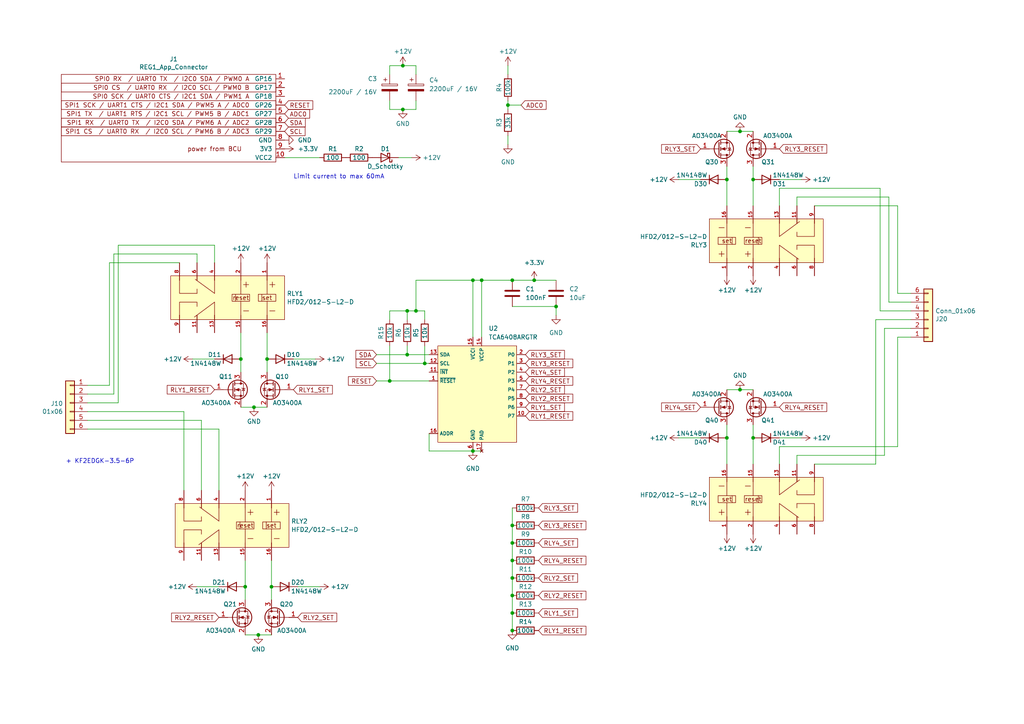
<source format=kicad_sch>
(kicad_sch (version 20231120) (generator "eeschema") (generator_version "8.0")
  (paper "A4")
  (title_block (title "REG1-App-SA-4xSELV") (date "2024-08-18") (rev "V00.02") (company "OpenKNX") (comment 1 "by Ing-Dom <dom@ing-dom.de>") (comment 2 "OpenKNX Open Hardware under CC BY-NC-SA 4.0") (comment 3 "REG1-Application PCB with 4 latching relay for usage within SELV circuits") (comment 4 "https://OpenKNX.de"))
  (lib_symbols
    (symbol "Connector_Generic:Conn_01x06" (pin_names (offset 1.016) hide)
      (property "Reference" "J" (at 0 7.62 0))
      (property "Value" "Conn_01x06" (at 0 -10.16 0))
      (symbol "Conn_01x06_1_1"
        (rectangle (start -1.27 -7.493) (end 0 -7.747) (stroke (width 0.1524)))
        (rectangle (start -1.27 -4.953) (end 0 -5.207) (stroke (width 0.1524)))
        (rectangle (start -1.27 -2.413) (end 0 -2.667) (stroke (width 0.1524)))
        (rectangle (start -1.27 0.127) (end 0 -0.127) (stroke (width 0.1524)))
        (rectangle (start -1.27 2.667) (end 0 2.413) (stroke (width 0.1524)))
        (rectangle (start -1.27 5.207) (end 0 4.953) (stroke (width 0.1524)))
        (rectangle (start -1.27 6.35) (end 1.27 -8.89) (stroke (width 0.254)) (fill (type background)))
        (pin passive line (at -5.08 5.08 0) (length 3.81) (name "Pin_1") (number "1"))
        (pin passive line (at -5.08 2.54 0) (length 3.81) (name "Pin_2") (number "2"))
        (pin passive line (at -5.08 0 0) (length 3.81) (name "Pin_3") (number "3"))
        (pin passive line (at -5.08 -2.54 0) (length 3.81) (name "Pin_4") (number "4"))
        (pin passive line (at -5.08 -5.08 0) (length 3.81) (name "Pin_5") (number "5"))
        (pin passive line (at -5.08 -7.62 0) (length 3.81) (name "Pin_6") (number "6"))
      )
    )
    (symbol "Device:C" (pin_numbers hide) (pin_names (offset 0.254))
      (property "Reference" "C" (at 0.635 2.54 0))
      (property "Value" "C" (at 0.635 -2.54 0))
      (symbol "C_0_1"
        (polyline (pts (xy -2.032 -0.762) (xy 2.032 -0.762)) (stroke (width 0.508)))
        (polyline (pts (xy -2.032 0.762) (xy 2.032 0.762)) (stroke (width 0.508)))
      )
      (symbol "C_1_1"
        (pin passive line (at 0 3.81 270) (length 2.794) (name "~") (number "1"))
        (pin passive line (at 0 -3.81 90) (length 2.794) (name "~") (number "2"))
      )
    )
    (symbol "Device:C_Polarized" (pin_numbers hide) (pin_names (offset 0.254))
      (property "Reference" "C" (at 0.635 2.54 0))
      (property "Value" "C_Polarized" (at 0.635 -2.54 0))
      (symbol "C_Polarized_0_1"
        (rectangle (start -2.286 0.508) (end 2.286 1.016))
        (polyline (pts (xy -1.778 2.286) (xy -0.762 2.286)))
        (polyline (pts (xy -1.27 2.794) (xy -1.27 1.778)))
        (rectangle (start 2.286 -0.508) (end -2.286 -1.016) (fill (type outline)))
      )
      (symbol "C_Polarized_1_1"
        (pin passive line (at 0 3.81 270) (length 2.794) (name "~") (number "1"))
        (pin passive line (at 0 -3.81 90) (length 2.794) (name "~") (number "2"))
      )
    )
    (symbol "Device:D_Schottky" (pin_numbers hide) (pin_names (offset 1.016) hide)
      (property "Reference" "D" (at 0 2.54 0))
      (property "Value" "D_Schottky" (at 0 -2.54 0))
      (symbol "D_Schottky_0_1"
        (polyline (pts (xy 1.27 0) (xy -1.27 0)))
        (polyline (pts (xy 1.27 1.27) (xy 1.27 -1.27) (xy -1.27 0) (xy 1.27 1.27)) (stroke (width 0.254)))
        (polyline (pts (xy -1.905 0.635) (xy -1.905 1.27) (xy -1.27 1.27) (xy -1.27 -1.27) (xy -0.635 -1.27) (xy -0.635 -0.635)) (stroke (width 0.254)))
      )
      (symbol "D_Schottky_1_1"
        (pin passive line (at -3.81 0 0) (length 2.54) (name "K") (number "1"))
        (pin passive line (at 3.81 0 180) (length 2.54) (name "A") (number "2"))
      )
    )
    (symbol "Device:R" (pin_numbers hide) (pin_names (offset 0))
      (property "Reference" "R" (at 2.032 0 90))
      (property "Value" "R" (at 0 0 90))
      (symbol "R_0_1"
        (rectangle (start -1.016 -2.54) (end 1.016 2.54) (stroke (width 0.254)))
      )
      (symbol "R_1_1"
        (pin passive line (at 0 3.81 270) (length 1.27) (name "~") (number "1"))
        (pin passive line (at 0 -3.81 90) (length 1.27) (name "~") (number "2"))
      )
    )
    (symbol "Diode:1N4148WS" (pin_numbers hide) (pin_names hide)
      (property "Reference" "D" (at 0 2.54 0))
      (property "Value" "1N4148WS" (at 0 -2.54 0))
      (symbol "1N4148WS_0_1"
        (polyline (pts (xy -1.27 1.27) (xy -1.27 -1.27)) (stroke (width 0.254)))
        (polyline (pts (xy 1.27 0) (xy -1.27 0)))
        (polyline (pts (xy 1.27 1.27) (xy 1.27 -1.27) (xy -1.27 0) (xy 1.27 1.27)) (stroke (width 0.254)))
      )
      (symbol "1N4148WS_1_1"
        (pin passive line (at -3.81 0 0) (length 2.54) (name "K") (number "1"))
        (pin passive line (at 3.81 0 180) (length 2.54) (name "A") (number "2"))
      )
    )
    (symbol "DomsKiCADLib:HFD2_XXX-X-L2-X" (pin_names hide)
      (property "Reference" "RELAY" (at 19.05 3.81 0))
      (property "Value" "HFD2_XXX-X-L2-X" (at 25.4 -5.08 0))
      (symbol "HFD2_XXX-X-L2-X_0_1"
        (rectangle (start -17.78 6.35) (end 15.24 -6.35) (fill (type background)))
        (rectangle (start -15.24 1.016) (end -10.16 -1.016) (fill (type background)))
        (rectangle (start -7.62 1.016) (end -2.54 -1.016) (fill (type background)))
        (polyline (pts (xy -14.986 -3.81) (xy -13.462 -3.81)))
        (polyline (pts (xy -14.986 3.81) (xy -13.462 3.81)))
        (polyline (pts (xy -14.224 -4.572) (xy -14.224 -3.048)))
        (polyline (pts (xy -12.7 -1.016) (xy -12.7 -5.08)))
        (polyline (pts (xy -12.7 1.016) (xy -12.7 5.08)))
        (polyline (pts (xy -11.176 -1.016) (xy -11.176 1.016)))
        (polyline (pts (xy -7.366 -3.81) (xy -5.842 -3.81)))
        (polyline (pts (xy -7.366 3.81) (xy -5.842 3.81)))
        (polyline (pts (xy -6.604 -4.572) (xy -6.604 -3.048)))
        (polyline (pts (xy -5.08 -1.016) (xy -5.08 -5.08)))
        (polyline (pts (xy -5.08 1.016) (xy -5.08 5.08)))
        (polyline (pts (xy -3.556 -1.016) (xy -3.556 1.016)))
        (polyline (pts (xy 2.54 -5.08) (xy 2.54 -1.27)))
        (polyline (pts (xy 2.54 -1.27) (xy 8.128 -5.334)))
        (polyline (pts (xy 2.54 1.27) (xy 8.382 5.588)))
        (polyline (pts (xy 2.54 5.08) (xy 2.54 1.27)))
        (polyline (pts (xy 7.62 -1.27) (xy 7.62 -2.54)))
        (polyline (pts (xy 12.7 -5.08) (xy 12.7 -1.27) (xy 7.62 -1.27)))
        (polyline (pts (xy 12.7 5.08) (xy 12.7 1.27) (xy 7.62 1.27) (xy 7.62 2.54)))
        (pin unspecified line (at -12.7 -10.16 90) (length 5.08) (name "1") (number "1"))
        (pin unspecified line (at 7.62 10.16 270) (length 5.08) (name "11") (number "11"))
        (pin unspecified line (at 2.54 10.16 270) (length 5.08) (name "13") (number "13"))
        (pin unspecified line (at -5.08 10.16 270) (length 5.08) (name "15") (number "15"))
        (pin unspecified line (at -12.7 10.16 270) (length 5.08) (name "16") (number "16"))
        (pin unspecified line (at -5.08 -10.16 90) (length 5.08) (name "2") (number "2"))
        (pin unspecified line (at 2.54 -10.16 90) (length 5.08) (name "4") (number "4"))
        (pin unspecified line (at 7.62 -10.16 90) (length 5.08) (name "6") (number "6"))
        (pin unspecified line (at 12.7 -10.16 90) (length 5.08) (name "8") (number "8"))
        (pin unspecified line (at 12.7 10.16 270) (length 5.08) (name "9") (number "9"))
      )
      (symbol "HFD2_XXX-X-L2-X_1_1"
        (text "reset" (at -5.08 0 0) (effects (font (size 1.27 1.27))))
        (text "set" (at -12.7 0 0) (effects (font (size 1.27 1.27))))
      )
    )
    (symbol "EasyEDALib:TCA6408ARGTR"
      (property "Reference" "U" (at 5.08 18.034 0))
      (property "Value" "TCA6408ARGTR" (at 10.414 15.494 0))
      (symbol "TCA6408ARGTR_0_1"
        (rectangle (start -11.43 13.97) (end 11.43 -13.97) (fill (type background)))
      )
      (symbol "TCA6408ARGTR_1_1"
        (pin input line (at -13.97 3.81 0) (length 2.54) (name "~{RESET}") (number "1"))
        (pin bidirectional line (at 13.97 -6.35 180) (length 2.54) (name "P7") (number "10"))
        (pin open_collector line (at -13.97 6.35 0) (length 2.54) (name "~{INT}") (number "11"))
        (pin input line (at -13.97 8.89 0) (length 2.54) (name "SCL") (number "12"))
        (pin bidirectional line (at -13.97 11.43 0) (length 2.54) (name "SDA") (number "13"))
        (pin power_in line (at 1.27 16.51 270) (length 2.54) (name "VCCP") (number "14"))
        (pin power_in line (at -1.27 16.51 270) (length 2.54) (name "VCCI") (number "15"))
        (pin input line (at -13.97 -11.43 0) (length 2.54) (name "ADDR") (number "16"))
        (pin no_connect line (at 1.27 -16.51 90) (length 2.54) (name "PAD") (number "17"))
        (pin bidirectional line (at 13.97 11.43 180) (length 2.54) (name "P0") (number "2"))
        (pin bidirectional line (at 13.97 8.89 180) (length 2.54) (name "P1") (number "3"))
        (pin bidirectional line (at 13.97 6.35 180) (length 2.54) (name "P2") (number "4"))
        (pin bidirectional line (at 13.97 3.81 180) (length 2.54) (name "P3") (number "5"))
        (pin power_in line (at -1.27 -16.51 90) (length 2.54) (name "GND") (number "6"))
        (pin bidirectional line (at 13.97 1.27 180) (length 2.54) (name "P4") (number "7"))
        (pin bidirectional line (at 13.97 -1.27 180) (length 2.54) (name "P5") (number "8"))
        (pin bidirectional line (at 13.97 -3.81 180) (length 2.54) (name "P6") (number "9"))
      )
    )
    (symbol "HFD2_XXX-X-L2-X_1" (pin_names hide)
      (property "Reference" "RELAY" (at 19.05 3.81 0))
      (property "Value" "HFD2_XXX-X-L2-X" (at 25.4 -5.08 0))
      (symbol "HFD2_XXX-X-L2-X_1_0_1"
        (rectangle (start -17.78 6.35) (end 15.24 -6.35) (fill (type background)))
        (rectangle (start -15.24 1.016) (end -10.16 -1.016) (fill (type background)))
        (rectangle (start -7.62 1.016) (end -2.54 -1.016) (fill (type background)))
        (polyline (pts (xy -14.986 -3.81) (xy -13.462 -3.81)))
        (polyline (pts (xy -14.986 3.81) (xy -13.462 3.81)))
        (polyline (pts (xy -14.224 -4.572) (xy -14.224 -3.048)))
        (polyline (pts (xy -12.7 -1.016) (xy -12.7 -5.08)))
        (polyline (pts (xy -12.7 1.016) (xy -12.7 5.08)))
        (polyline (pts (xy -11.176 -1.016) (xy -11.176 1.016)))
        (polyline (pts (xy -7.366 -3.81) (xy -5.842 -3.81)))
        (polyline (pts (xy -7.366 3.81) (xy -5.842 3.81)))
        (polyline (pts (xy -6.604 -4.572) (xy -6.604 -3.048)))
        (polyline (pts (xy -5.08 -1.016) (xy -5.08 -5.08)))
        (polyline (pts (xy -5.08 1.016) (xy -5.08 5.08)))
        (polyline (pts (xy -3.556 -1.016) (xy -3.556 1.016)))
        (polyline (pts (xy 2.54 -5.08) (xy 2.54 -1.27)))
        (polyline (pts (xy 2.54 -1.27) (xy 8.128 -5.334)))
        (polyline (pts (xy 2.54 1.27) (xy 8.382 5.588)))
        (polyline (pts (xy 2.54 5.08) (xy 2.54 1.27)))
        (polyline (pts (xy 7.62 -1.27) (xy 7.62 -2.54)))
        (polyline (pts (xy 12.7 -5.08) (xy 12.7 -1.27) (xy 7.62 -1.27)))
        (polyline (pts (xy 12.7 5.08) (xy 12.7 1.27) (xy 7.62 1.27) (xy 7.62 2.54)))
        (pin unspecified line (at -12.7 -10.16 90) (length 5.08) (name "1") (number "1"))
        (pin unspecified line (at 7.62 10.16 270) (length 5.08) (name "11") (number "11"))
        (pin unspecified line (at 2.54 10.16 270) (length 5.08) (name "13") (number "13"))
        (pin unspecified line (at -5.08 10.16 270) (length 5.08) (name "15") (number "15"))
        (pin unspecified line (at -12.7 10.16 270) (length 5.08) (name "16") (number "16"))
        (pin unspecified line (at -5.08 -10.16 90) (length 5.08) (name "2") (number "2"))
        (pin unspecified line (at 2.54 -10.16 90) (length 5.08) (name "4") (number "4"))
        (pin unspecified line (at 7.62 -10.16 90) (length 5.08) (name "6") (number "6"))
        (pin unspecified line (at 12.7 -10.16 90) (length 5.08) (name "8") (number "8"))
        (pin unspecified line (at 12.7 10.16 270) (length 5.08) (name "9") (number "9"))
      )
      (symbol "HFD2_XXX-X-L2-X_1_1_1"
        (text "reset" (at -5.08 0 0) (effects (font (size 1.27 1.27))))
        (text "set" (at -12.7 0 0) (effects (font (size 1.27 1.27))))
      )
    )
    (symbol "HFD2_XXX-X-L2-X_2" (pin_names hide)
      (property "Reference" "RELAY" (at 19.05 3.81 0))
      (property "Value" "HFD2_XXX-X-L2-X" (at 25.4 -5.08 0))
      (symbol "HFD2_XXX-X-L2-X_2_0_1"
        (rectangle (start -17.78 6.35) (end 15.24 -6.35) (fill (type background)))
        (rectangle (start -15.24 1.016) (end -10.16 -1.016) (fill (type background)))
        (rectangle (start -7.62 1.016) (end -2.54 -1.016) (fill (type background)))
        (polyline (pts (xy -14.986 -3.81) (xy -13.462 -3.81)))
        (polyline (pts (xy -14.986 3.81) (xy -13.462 3.81)))
        (polyline (pts (xy -14.224 -4.572) (xy -14.224 -3.048)))
        (polyline (pts (xy -12.7 -1.016) (xy -12.7 -5.08)))
        (polyline (pts (xy -12.7 1.016) (xy -12.7 5.08)))
        (polyline (pts (xy -11.176 -1.016) (xy -11.176 1.016)))
        (polyline (pts (xy -7.366 -3.81) (xy -5.842 -3.81)))
        (polyline (pts (xy -7.366 3.81) (xy -5.842 3.81)))
        (polyline (pts (xy -6.604 -4.572) (xy -6.604 -3.048)))
        (polyline (pts (xy -5.08 -1.016) (xy -5.08 -5.08)))
        (polyline (pts (xy -5.08 1.016) (xy -5.08 5.08)))
        (polyline (pts (xy -3.556 -1.016) (xy -3.556 1.016)))
        (polyline (pts (xy 2.54 -5.08) (xy 2.54 -1.27)))
        (polyline (pts (xy 2.54 -1.27) (xy 8.128 -5.334)))
        (polyline (pts (xy 2.54 1.27) (xy 8.382 5.588)))
        (polyline (pts (xy 2.54 5.08) (xy 2.54 1.27)))
        (polyline (pts (xy 7.62 -1.27) (xy 7.62 -2.54)))
        (polyline (pts (xy 12.7 -5.08) (xy 12.7 -1.27) (xy 7.62 -1.27)))
        (polyline (pts (xy 12.7 5.08) (xy 12.7 1.27) (xy 7.62 1.27) (xy 7.62 2.54)))
        (pin unspecified line (at -12.7 -10.16 90) (length 5.08) (name "1") (number "1"))
        (pin unspecified line (at 7.62 10.16 270) (length 5.08) (name "11") (number "11"))
        (pin unspecified line (at 2.54 10.16 270) (length 5.08) (name "13") (number "13"))
        (pin unspecified line (at -5.08 10.16 270) (length 5.08) (name "15") (number "15"))
        (pin unspecified line (at -12.7 10.16 270) (length 5.08) (name "16") (number "16"))
        (pin unspecified line (at -5.08 -10.16 90) (length 5.08) (name "2") (number "2"))
        (pin unspecified line (at 2.54 -10.16 90) (length 5.08) (name "4") (number "4"))
        (pin unspecified line (at 7.62 -10.16 90) (length 5.08) (name "6") (number "6"))
        (pin unspecified line (at 12.7 -10.16 90) (length 5.08) (name "8") (number "8"))
        (pin unspecified line (at 12.7 10.16 270) (length 5.08) (name "9") (number "9"))
      )
      (symbol "HFD2_XXX-X-L2-X_2_1_1"
        (text "reset" (at -5.08 0 0) (effects (font (size 1.27 1.27))))
        (text "set" (at -12.7 0 0) (effects (font (size 1.27 1.27))))
      )
    )
    (symbol "HFD2_XXX-X-L2-X_3" (pin_names hide)
      (property "Reference" "RELAY" (at 19.05 3.81 0))
      (property "Value" "HFD2_XXX-X-L2-X" (at 25.4 -5.08 0))
      (symbol "HFD2_XXX-X-L2-X_3_0_1"
        (rectangle (start -17.78 6.35) (end 15.24 -6.35) (fill (type background)))
        (rectangle (start -15.24 1.016) (end -10.16 -1.016) (fill (type background)))
        (rectangle (start -7.62 1.016) (end -2.54 -1.016) (fill (type background)))
        (polyline (pts (xy -14.986 -3.81) (xy -13.462 -3.81)))
        (polyline (pts (xy -14.986 3.81) (xy -13.462 3.81)))
        (polyline (pts (xy -14.224 -4.572) (xy -14.224 -3.048)))
        (polyline (pts (xy -12.7 -1.016) (xy -12.7 -5.08)))
        (polyline (pts (xy -12.7 1.016) (xy -12.7 5.08)))
        (polyline (pts (xy -11.176 -1.016) (xy -11.176 1.016)))
        (polyline (pts (xy -7.366 -3.81) (xy -5.842 -3.81)))
        (polyline (pts (xy -7.366 3.81) (xy -5.842 3.81)))
        (polyline (pts (xy -6.604 -4.572) (xy -6.604 -3.048)))
        (polyline (pts (xy -5.08 -1.016) (xy -5.08 -5.08)))
        (polyline (pts (xy -5.08 1.016) (xy -5.08 5.08)))
        (polyline (pts (xy -3.556 -1.016) (xy -3.556 1.016)))
        (polyline (pts (xy 2.54 -5.08) (xy 2.54 -1.27)))
        (polyline (pts (xy 2.54 -1.27) (xy 8.128 -5.334)))
        (polyline (pts (xy 2.54 1.27) (xy 8.382 5.588)))
        (polyline (pts (xy 2.54 5.08) (xy 2.54 1.27)))
        (polyline (pts (xy 7.62 -1.27) (xy 7.62 -2.54)))
        (polyline (pts (xy 12.7 -5.08) (xy 12.7 -1.27) (xy 7.62 -1.27)))
        (polyline (pts (xy 12.7 5.08) (xy 12.7 1.27) (xy 7.62 1.27) (xy 7.62 2.54)))
        (pin unspecified line (at -12.7 -10.16 90) (length 5.08) (name "1") (number "1"))
        (pin unspecified line (at 7.62 10.16 270) (length 5.08) (name "11") (number "11"))
        (pin unspecified line (at 2.54 10.16 270) (length 5.08) (name "13") (number "13"))
        (pin unspecified line (at -5.08 10.16 270) (length 5.08) (name "15") (number "15"))
        (pin unspecified line (at -12.7 10.16 270) (length 5.08) (name "16") (number "16"))
        (pin unspecified line (at -5.08 -10.16 90) (length 5.08) (name "2") (number "2"))
        (pin unspecified line (at 2.54 -10.16 90) (length 5.08) (name "4") (number "4"))
        (pin unspecified line (at 7.62 -10.16 90) (length 5.08) (name "6") (number "6"))
        (pin unspecified line (at 12.7 -10.16 90) (length 5.08) (name "8") (number "8"))
        (pin unspecified line (at 12.7 10.16 270) (length 5.08) (name "9") (number "9"))
      )
      (symbol "HFD2_XXX-X-L2-X_3_1_1"
        (text "reset" (at -5.08 0 0) (effects (font (size 1.27 1.27))))
        (text "set" (at -12.7 0 0) (effects (font (size 1.27 1.27))))
      )
    )
    (symbol "OpenKNX:REG1_App_Connector" (pin_names (offset 1.016))
      (property "Reference" "J" (at 10.16 13.97 0))
      (property "Value" "REG1_App_Connector" (at 1.27 -13.97 0))
      (symbol "REG1_App_Connector_0_0"
        (rectangle (start -49.53 -2.54) (end 12.7 0))
        (rectangle (start 12.7 -5.08) (end -49.53 -2.54))
        (rectangle (start 12.7 2.54) (end -49.53 5.08))
        (rectangle (start 12.7 10.16) (end -49.53 7.62))
        (rectangle (start 12.7 12.7) (end -49.53 -12.7))
        (text "power from BCU" (at -5.08 -8.89 0) (effects (font (size 1.27 1.27))))
        (text "SPI0 CS  / UART0 RX  / I2C0 SCL / PWM0 B" (at 5.08 8.89 0) (effects (font (size 1.27 1.27)) (justify right)))
        (text "SPI0 RX  / UART0 TX  / I2C0 SDA / PWM0 A" (at 5.08 11.43 0) (effects (font (size 1.27 1.27)) (justify right)))
        (text "SPI0 SCK / UART0 CTS / I2C1 SDA / PWM1 A" (at 5.08 6.35 0) (effects (font (size 1.27 1.27)) (justify right)))
        (text "SPI1 CS  / UART0 RX  / I2C0 SCL / PWM6 B / ADC3" (at 5.08 -3.81 0) (effects (font (size 1.27 1.27)) (justify right)))
        (text "SPI1 RX  / UART0 TX  / I2C0 SDA / PWM6 A / ADC2" (at 5.08 -1.27 0) (effects (font (size 1.27 1.27)) (justify right)))
        (text "SPI1 SCK / UART1 CTS / I2C1 SDA / PWM5 A / ADC0" (at 5.08 3.81 0) (effects (font (size 1.27 1.27)) (justify right)))
        (text "SPI1 TX  / UART1 RTS / I2C1 SCL / PWM5 B / ADC1" (at 5.08 1.27 0) (effects (font (size 1.27 1.27)) (justify right)))
      )
      (symbol "REG1_App_Connector_1_1"
        (pin bidirectional line (at 15.24 11.43 180) (length 2.54) (name "GP16") (number "1"))
        (pin power_out line (at 15.24 -11.43 180) (length 2.54) (name "VCC2") (number "10"))
        (pin bidirectional line (at 15.24 8.89 180) (length 2.54) (name "GP17") (number "2"))
        (pin bidirectional line (at 15.24 6.35 180) (length 2.54) (name "GP18") (number "3"))
        (pin bidirectional line (at 15.24 3.81 180) (length 2.54) (name "GP26") (number "4"))
        (pin bidirectional line (at 15.24 1.27 180) (length 2.54) (name "GP27") (number "5"))
        (pin bidirectional line (at 15.24 -1.27 180) (length 2.54) (name "GP28") (number "6"))
        (pin bidirectional line (at 15.24 -3.81 180) (length 2.54) (name "GP29") (number "7"))
        (pin power_out line (at 15.24 -6.35 180) (length 2.54) (name "GND") (number "8"))
        (pin power_out line (at 15.24 -8.89 180) (length 2.54) (name "3V3") (number "9"))
      )
    )
    (symbol "Transistor_FET:2N7002" (pin_names hide)
      (property "Reference" "Q" (at 5.08 1.905 0))
      (property "Value" "2N7002" (at 5.08 0 0))
      (symbol "2N7002_0_1"
        (polyline (pts (xy 0.254 0) (xy -2.54 0)))
        (polyline (pts (xy 0.254 1.905) (xy 0.254 -1.905)) (stroke (width 0.254)))
        (polyline (pts (xy 0.762 -1.27) (xy 0.762 -2.286)) (stroke (width 0.254)))
        (polyline (pts (xy 0.762 0.508) (xy 0.762 -0.508)) (stroke (width 0.254)))
        (polyline (pts (xy 0.762 2.286) (xy 0.762 1.27)) (stroke (width 0.254)))
        (polyline (pts (xy 2.54 2.54) (xy 2.54 1.778)))
        (polyline (pts (xy 2.54 -2.54) (xy 2.54 0) (xy 0.762 0)))
        (polyline (pts (xy 0.762 -1.778) (xy 3.302 -1.778) (xy 3.302 1.778) (xy 0.762 1.778)))
        (polyline (pts (xy 1.016 0) (xy 2.032 0.381) (xy 2.032 -0.381) (xy 1.016 0)) (fill (type outline)))
        (polyline (pts (xy 2.794 0.508) (xy 2.921 0.381) (xy 3.683 0.381) (xy 3.81 0.254)))
        (polyline (pts (xy 3.302 0.381) (xy 2.921 -0.254) (xy 3.683 -0.254) (xy 3.302 0.381)))
        (circle (center 1.651 0) (radius 2.794) (stroke (width 0.254)))
        (circle (center 2.54 -1.778) (radius 0.254) (fill (type outline)))
        (circle (center 2.54 1.778) (radius 0.254) (fill (type outline)))
      )
      (symbol "2N7002_1_1"
        (pin input line (at -5.08 0 0) (length 2.54) (name "G") (number "1"))
        (pin passive line (at 2.54 -5.08 90) (length 2.54) (name "S") (number "2"))
        (pin passive line (at 2.54 5.08 270) (length 2.54) (name "D") (number "3"))
      )
    )
    (symbol "power:+12V" (power) (pin_names (offset 0))
      (property "Value" "+12V" (at 0 3.556 0))
      (symbol "+12V_0_1"
        (polyline (pts (xy -0.762 1.27) (xy 0 2.54)))
        (polyline (pts (xy 0 0) (xy 0 2.54)))
        (polyline (pts (xy 0 2.54) (xy 0.762 1.27)))
      )
      (symbol "+12V_1_1"
        (pin power_in line (at 0 0 90) (length 0) hide (name "+12V") (number "1"))
      )
    )
    (symbol "power:+3.3V" (power) (pin_names (offset 0))
      (property "Value" "+3.3V" (at 0 3.556 0))
      (symbol "+3.3V_0_1"
        (polyline (pts (xy -0.762 1.27) (xy 0 2.54)))
        (polyline (pts (xy 0 0) (xy 0 2.54)))
        (polyline (pts (xy 0 2.54) (xy 0.762 1.27)))
      )
      (symbol "+3.3V_1_1"
        (pin power_in line (at 0 0 90) (length 0) hide (name "+3.3V") (number "1"))
      )
    )
    (symbol "power:GND" (power) (pin_names (offset 0))
      (property "Value" "GND" (at 0 -3.81 0))
      (symbol "GND_0_1"
        (polyline (pts (xy 0 0) (xy 0 -1.27) (xy 1.27 -1.27) (xy 0 -2.54) (xy -1.27 -1.27) (xy 0 -1.27)))
      )
      (symbol "GND_1_1"
        (pin power_in line (at 0 0 270) (length 0) hide (name "GND") (number "1"))
      )
    )
  )
  (junction (at 148.59 167.64))
  (junction (at 210.82 52.07))
  (junction (at 118.11 90.17))
  (junction (at 148.59 177.8))
  (junction (at 148.59 152.4))
  (junction (at 147.32 30.48))
  (junction (at 137.16 81.28))
  (junction (at 148.59 81.28))
  (junction (at 210.82 127))
  (junction (at 154.94 81.28))
  (junction (at 148.59 172.72))
  (junction (at 214.63 113.03))
  (junction (at 148.59 162.56))
  (junction (at 113.03 110.49))
  (junction (at 148.59 182.88))
  (junction (at 69.85 104.14))
  (junction (at 116.84 31.75))
  (junction (at 73.66 118.11))
  (junction (at 148.59 157.48))
  (junction (at 77.47 104.14))
  (junction (at 218.44 127))
  (junction (at 214.63 38.1))
  (junction (at 118.11 102.87))
  (junction (at 78.74 170.18))
  (junction (at 116.84 19.05))
  (junction (at 74.93 184.15))
  (junction (at 123.19 105.41))
  (junction (at 161.29 88.9))
  (junction (at 139.7 81.28))
  (junction (at 120.65 90.17))
  (junction (at 71.12 170.18))
  (junction (at 137.16 130.81))
  (junction (at 218.44 52.07))
  (wire (pts (xy 231.14 59.69) (xy 231.14 57.15)))
  (wire (pts (xy 57.15 73.66) (xy 33.02 73.66)))
  (wire (pts (xy 148.59 157.48) (xy 148.59 152.4)))
  (wire (pts (xy 226.06 129.54) (xy 260.35 129.54)))
  (wire (pts (xy 69.85 118.11) (xy 73.66 118.11)))
  (wire (pts (xy 120.65 81.28) (xy 137.16 81.28)))
  (wire (pts (xy 113.03 100.33) (xy 113.03 110.49)))
  (wire (pts (xy 260.35 129.54) (xy 260.35 97.79)))
  (wire (pts (xy 74.93 184.15) (xy 78.74 184.15)))
  (wire (pts (xy 123.19 105.41) (xy 124.46 105.41)))
  (wire (pts (xy 147.32 19.05) (xy 147.32 21.59)))
  (wire (pts (xy 123.19 90.17) (xy 123.19 92.71)))
  (wire (pts (xy 113.03 110.49) (xy 124.46 110.49)))
  (wire (pts (xy 147.32 30.48) (xy 151.13 30.48)))
  (wire (pts (xy 148.59 177.8) (xy 148.59 182.88)))
  (wire (pts (xy 218.44 113.03) (xy 214.63 113.03)))
  (wire (pts (xy 73.66 118.11) (xy 77.47 118.11)))
  (wire (pts (xy 25.4 119.38) (xy 53.34 119.38)))
  (wire (pts (xy 147.32 30.48) (xy 147.32 31.75)))
  (wire (pts (xy 154.94 81.28) (xy 161.29 81.28)))
  (wire (pts (xy 113.03 90.17) (xy 113.03 92.71)))
  (wire (pts (xy 256.54 132.08) (xy 231.14 132.08)))
  (wire (pts (xy 226.06 54.61) (xy 255.27 54.61)))
  (wire (pts (xy 57.15 170.18) (xy 63.5 170.18)))
  (wire (pts (xy 210.82 59.69) (xy 210.82 52.07)))
  (wire (pts (xy 82.55 45.72) (xy 92.71 45.72)))
  (wire (pts (xy 210.82 134.62) (xy 210.82 127)))
  (wire (pts (xy 148.59 172.72) (xy 148.59 167.64)))
  (wire (pts (xy 148.59 88.9) (xy 161.29 88.9)))
  (wire (pts (xy 264.16 95.25) (xy 256.54 95.25)))
  (wire (pts (xy 254 92.71) (xy 254 134.62)))
  (wire (pts (xy 148.59 81.28) (xy 154.94 81.28)))
  (wire (pts (xy 218.44 59.69) (xy 218.44 52.07)))
  (wire (pts (xy 25.4 121.92) (xy 58.42 121.92)))
  (wire (pts (xy 71.12 184.15) (xy 74.93 184.15)))
  (wire (pts (xy 109.22 110.49) (xy 113.03 110.49)))
  (wire (pts (xy 113.03 19.05) (xy 113.03 21.59)))
  (wire (pts (xy 77.47 104.14) (xy 77.47 107.95)))
  (wire (pts (xy 231.14 132.08) (xy 231.14 134.62)))
  (wire (pts (xy 256.54 95.25) (xy 256.54 132.08)))
  (wire (pts (xy 218.44 38.1) (xy 214.63 38.1)))
  (wire (pts (xy 124.46 130.81) (xy 137.16 130.81)))
  (wire (pts (xy 71.12 162.56) (xy 71.12 170.18)))
  (wire (pts (xy 118.11 90.17) (xy 113.03 90.17)))
  (wire (pts (xy 147.32 39.37) (xy 147.32 41.91)))
  (wire (pts (xy 257.81 87.63) (xy 264.16 87.63)))
  (wire (pts (xy 255.27 90.17) (xy 264.16 90.17)))
  (wire (pts (xy 120.65 19.05) (xy 116.84 19.05)))
  (wire (pts (xy 137.16 130.81) (xy 139.7 130.81)))
  (wire (pts (xy 86.36 170.18) (xy 92.71 170.18)))
  (wire (pts (xy 148.59 152.4) (xy 148.59 147.32)))
  (wire (pts (xy 25.4 124.46) (xy 63.5 124.46)))
  (wire (pts (xy 120.65 81.28) (xy 120.65 90.17)))
  (wire (pts (xy 139.7 81.28) (xy 139.7 97.79)))
  (wire (pts (xy 78.74 162.56) (xy 78.74 170.18)))
  (wire (pts (xy 203.2 127) (xy 196.85 127)))
  (wire (pts (xy 34.29 116.84) (xy 25.4 116.84)))
  (wire (pts (xy 226.06 59.69) (xy 226.06 54.61)))
  (wire (pts (xy 55.88 104.14) (xy 62.23 104.14)))
  (wire (pts (xy 115.57 45.72) (xy 119.38 45.72)))
  (wire (pts (xy 85.09 104.14) (xy 91.44 104.14)))
  (wire (pts (xy 33.02 73.66) (xy 33.02 114.3)))
  (wire (pts (xy 34.29 71.12) (xy 34.29 116.84)))
  (wire (pts (xy 116.84 31.75) (xy 120.65 31.75)))
  (wire (pts (xy 120.65 21.59) (xy 120.65 19.05)))
  (wire (pts (xy 236.22 59.69) (xy 260.35 59.69)))
  (wire (pts (xy 118.11 100.33) (xy 118.11 102.87)))
  (wire (pts (xy 231.14 57.15) (xy 257.81 57.15)))
  (wire (pts (xy 118.11 92.71) (xy 118.11 90.17)))
  (wire (pts (xy 53.34 142.24) (xy 53.34 119.38)))
  (wire (pts (xy 57.15 76.2) (xy 57.15 73.66)))
  (wire (pts (xy 254 134.62) (xy 236.22 134.62)))
  (wire (pts (xy 69.85 96.52) (xy 69.85 104.14)))
  (wire (pts (xy 260.35 59.69) (xy 260.35 85.09)))
  (wire (pts (xy 257.81 57.15) (xy 257.81 87.63)))
  (wire (pts (xy 58.42 121.92) (xy 58.42 142.24)))
  (wire (pts (xy 147.32 29.21) (xy 147.32 30.48)))
  (wire (pts (xy 218.44 127) (xy 218.44 123.19)))
  (wire (pts (xy 218.44 52.07) (xy 218.44 48.26)))
  (wire (pts (xy 71.12 170.18) (xy 71.12 173.99)))
  (wire (pts (xy 210.82 52.07) (xy 210.82 48.26)))
  (wire (pts (xy 214.63 38.1) (xy 210.82 38.1)))
  (wire (pts (xy 123.19 100.33) (xy 123.19 105.41)))
  (wire (pts (xy 161.29 88.9) (xy 161.29 91.44)))
  (wire (pts (xy 148.59 167.64) (xy 148.59 162.56)))
  (wire (pts (xy 31.75 76.2) (xy 52.07 76.2)))
  (wire (pts (xy 137.16 81.28) (xy 137.16 97.79)))
  (wire (pts (xy 113.03 29.21) (xy 113.03 31.75)))
  (wire (pts (xy 139.7 81.28) (xy 148.59 81.28)))
  (wire (pts (xy 260.35 85.09) (xy 264.16 85.09)))
  (wire (pts (xy 113.03 31.75) (xy 116.84 31.75)))
  (wire (pts (xy 62.23 71.12) (xy 34.29 71.12)))
  (wire (pts (xy 116.84 19.05) (xy 113.03 19.05)))
  (wire (pts (xy 226.06 134.62) (xy 226.06 129.54)))
  (wire (pts (xy 148.59 177.8) (xy 148.59 172.72)))
  (wire (pts (xy 77.47 96.52) (xy 77.47 104.14)))
  (wire (pts (xy 69.85 104.14) (xy 69.85 107.95)))
  (wire (pts (xy 120.65 31.75) (xy 120.65 29.21)))
  (wire (pts (xy 264.16 92.71) (xy 254 92.71)))
  (wire (pts (xy 33.02 114.3) (xy 25.4 114.3)))
  (wire (pts (xy 118.11 90.17) (xy 120.65 90.17)))
  (wire (pts (xy 78.74 170.18) (xy 78.74 173.99)))
  (wire (pts (xy 148.59 162.56) (xy 148.59 157.48)))
  (wire (pts (xy 31.75 111.76) (xy 31.75 76.2)))
  (wire (pts (xy 203.2 52.07) (xy 196.85 52.07)))
  (wire (pts (xy 214.63 113.03) (xy 210.82 113.03)))
  (wire (pts (xy 260.35 97.79) (xy 264.16 97.79)))
  (wire (pts (xy 118.11 102.87) (xy 124.46 102.87)))
  (wire (pts (xy 63.5 142.24) (xy 63.5 124.46)))
  (wire (pts (xy 218.44 134.62) (xy 218.44 127)))
  (wire (pts (xy 232.41 127) (xy 226.06 127)))
  (wire (pts (xy 255.27 54.61) (xy 255.27 90.17)))
  (wire (pts (xy 210.82 127) (xy 210.82 123.19)))
  (wire (pts (xy 120.65 90.17) (xy 123.19 90.17)))
  (wire (pts (xy 124.46 125.73) (xy 124.46 130.81)))
  (wire (pts (xy 232.41 52.07) (xy 226.06 52.07)))
  (wire (pts (xy 109.22 105.41) (xy 123.19 105.41)))
  (wire (pts (xy 62.23 76.2) (xy 62.23 71.12)))
  (wire (pts (xy 109.22 102.87) (xy 118.11 102.87)))
  (wire (pts (xy 25.4 111.76) (xy 31.75 111.76)))
  (wire (pts (xy 137.16 81.28) (xy 139.7 81.28)))
  (text "+ KF2EDGK-3.5-6P" (at 19.05 134.62 0) (effects (font (size 1.27 1.27)) (justify left bottom)))
  (text "Limit current to max 60mA" (at 85.09 52.07 0) (effects (font (size 1.27 1.27)) (justify left bottom)))
  (global_label "RLY4_SET" (shape input) (at 152.4 107.95 0) (property "Intersheetrefs" "${INTERSHEET_REFS}" (effects (hide yes))))
  (global_label "RLY2_SET" (shape input) (at 86.36 179.07 0) (property "Intersheetrefs" "${INTERSHEET_REFS}" (effects (hide yes))))
  (global_label "RLY4_RESET" (shape input) (at 152.4 110.49 0) (property "Intersheetrefs" "${INTERSHEET_REFS}" (effects (hide yes))))
  (global_label "RLY1_SET" (shape input) (at 152.4 118.11 0) (property "Intersheetrefs" "${INTERSHEET_REFS}" (effects (hide yes))))
  (global_label "SDA" (shape input) (at 82.55 35.56 0) (property "Intersheetrefs" "${INTERSHEET_REFS}" (effects (hide yes))))
  (global_label "RLY3_SET" (shape input) (at 203.2 43.18 180) (property "Intersheetrefs" "${INTERSHEET_REFS}" (effects (hide yes))))
  (global_label "RLY2_RESET" (shape input) (at 156.21 172.72 0) (property "Intersheetrefs" "${INTERSHEET_REFS}" (effects (hide yes))))
  (global_label "RLY1_RESET" (shape input) (at 62.23 113.03 180) (property "Intersheetrefs" "${INTERSHEET_REFS}" (effects (hide yes))))
  (global_label "RESET" (shape input) (at 82.55 30.48 0) (property "Intersheetrefs" "${INTERSHEET_REFS}" (effects (hide yes))))
  (global_label "SCL" (shape input) (at 109.22 105.41 180) (property "Intersheetrefs" "${INTERSHEET_REFS}" (effects (hide yes))))
  (global_label "RLY4_SET" (shape input) (at 203.2 118.11 180) (property "Intersheetrefs" "${INTERSHEET_REFS}" (effects (hide yes))))
  (global_label "RLY3_RESET" (shape input) (at 226.06 43.18 0) (property "Intersheetrefs" "${INTERSHEET_REFS}" (effects (hide yes))))
  (global_label "RLY2_RESET" (shape input) (at 152.4 115.57 0) (property "Intersheetrefs" "${INTERSHEET_REFS}" (effects (hide yes))))
  (global_label "SDA" (shape input) (at 109.22 102.87 180) (property "Intersheetrefs" "${INTERSHEET_REFS}" (effects (hide yes))))
  (global_label "RLY1_SET" (shape input) (at 85.09 113.03 0) (property "Intersheetrefs" "${INTERSHEET_REFS}" (effects (hide yes))))
  (global_label "RLY3_RESET" (shape input) (at 152.4 105.41 0) (property "Intersheetrefs" "${INTERSHEET_REFS}" (effects (hide yes))))
  (global_label "RLY4_RESET" (shape input) (at 226.06 118.11 0) (property "Intersheetrefs" "${INTERSHEET_REFS}" (effects (hide yes))))
  (global_label "ADC0" (shape input) (at 82.55 33.02 0) (property "Intersheetrefs" "${INTERSHEET_REFS}" (effects (hide yes))))
  (global_label "SCL" (shape input) (at 82.55 38.1 0) (property "Intersheetrefs" "${INTERSHEET_REFS}" (effects (hide yes))))
  (global_label "RLY1_SET" (shape input) (at 156.21 177.8 0) (property "Intersheetrefs" "${INTERSHEET_REFS}" (effects (hide yes))))
  (global_label "RESET" (shape input) (at 109.22 110.49 180) (property "Intersheetrefs" "${INTERSHEET_REFS}" (effects (hide yes))))
  (global_label "RLY4_SET" (shape input) (at 156.21 157.48 0) (property "Intersheetrefs" "${INTERSHEET_REFS}" (effects (hide yes))))
  (global_label "ADC0" (shape input) (at 151.13 30.48 0) (property "Intersheetrefs" "${INTERSHEET_REFS}" (effects (hide yes))))
  (global_label "RLY3_RESET" (shape input) (at 156.21 152.4 0) (property "Intersheetrefs" "${INTERSHEET_REFS}" (effects (hide yes))))
  (global_label "RLY1_RESET" (shape input) (at 152.4 120.65 0) (property "Intersheetrefs" "${INTERSHEET_REFS}" (effects (hide yes))))
  (global_label "RLY1_RESET" (shape input) (at 156.21 182.88 0) (property "Intersheetrefs" "${INTERSHEET_REFS}" (effects (hide yes))))
  (global_label "RLY2_SET" (shape input) (at 152.4 113.03 0) (property "Intersheetrefs" "${INTERSHEET_REFS}" (effects (hide yes))))
  (global_label "RLY3_SET" (shape input) (at 152.4 102.87 0) (property "Intersheetrefs" "${INTERSHEET_REFS}" (effects (hide yes))))
  (global_label "RLY2_SET" (shape input) (at 156.21 167.64 0) (property "Intersheetrefs" "${INTERSHEET_REFS}" (effects (hide yes))))
  (global_label "RLY4_RESET" (shape input) (at 156.21 162.56 0) (property "Intersheetrefs" "${INTERSHEET_REFS}" (effects (hide yes))))
  (global_label "RLY2_RESET" (shape input) (at 63.5 179.07 180) (property "Intersheetrefs" "${INTERSHEET_REFS}" (effects (hide yes))))
  (global_label "RLY3_SET" (shape input) (at 156.21 147.32 0) (property "Intersheetrefs" "${INTERSHEET_REFS}" (effects (hide yes))))
  (symbol (lib_id "Connector_Generic:Conn_01x06") (at 20.32 116.84 0) (mirror y) (unit 1)
    (property "Reference" "J10" (at 18.288 117.0432 0) (effects (justify left)))
    (property "Value" "01x06" (at 18.288 119.3546 0) (effects (justify left)))
    (property "Footprint" "Connector_Phoenix_MC:PhoenixContact_MC_1,5_6-G-3.5_1x06_P3.50mm_Horizontal" (effects (hide yes)))
  )
  (symbol (lib_id "OpenKNX:REG1_App_Connector") (at 67.31 34.29 0) (unit 1)
    (property "Reference" "J1" (at 50.3682 17.145 0))
    (property "Value" "REG1_App_Connector" (at 50.3682 19.4564 0))
    (property "Footprint" "Connector_PinHeader_2.54mm:PinHeader_1x10_P2.54mm_Horizontal" (effects (hide yes)))
  )
  (symbol (lib_name "HFD2_XXX-X-L2-X_3") (lib_id "DomsKiCADLib:HFD2_XXX-X-L2-X") (at 223.52 69.85 0) (unit 1)
    (property "Reference" "RLY3" (at 205.105 71.0621 0) (effects (justify right)))
    (property "Value" "HFD2/012-S-L2-D" (at 205.105 68.6379 0) (effects (justify right)))
    (property "Footprint" "DomsKiCADLib:RELAY-TH_HFD2-X-X-L2-X" (effects (hide yes)))
    (property "Datasheet" "https://source.hongfa.com//pdf/web/viewer.html?file=/Uploads/Product/PDF/HFD2_en.pdf?timestamp=1720685881" (effects (hide yes)))
  )
  (symbol (lib_id "Device:R") (at 152.4 182.88 90) (unit 1)
    (property "Reference" "R14" (at 152.4 180.34 90))
    (property "Value" "100k" (at 152.4 182.88 90))
    (property "Footprint" "Resistor_SMD:R_0402_1005Metric" (effects (hide yes)))
  )
  (symbol (lib_id "power:GND") (at 82.55 40.64 90) (unit 1)
    (property "Reference" "#PWR01" (effects (hide yes)))
    (property "Value" "GND" (at 86.36 40.64 90) (effects (justify right)))
  )
  (symbol (lib_id "Diode:1N4148WS") (at 222.25 127 180) (unit 1)
    (property "Reference" "D41" (at 226.06 128.27 0))
    (property "Value" "1N4148W" (at 228.6 125.73 0))
    (property "Footprint" "Diode_SMD:D_SOD-323" (effects (hide yes)))
    (property "Datasheet" "https://wmsc.lcsc.com/wmsc/upload/file/pdf/v2/lcsc/1810101110_Jiangsu-Changjing-Electronics-Technology-Co---Ltd--1N4148WS_C2128.pdf" (effects (hide yes)))
  )
  (symbol (lib_id "power:GND") (at 214.63 113.03 180) (unit 1)
    (property "Reference" "#PWR024" (effects (hide yes)))
    (property "Value" "GND" (at 214.63 108.8969 0))
  )
  (symbol (lib_id "power:+12V") (at 57.15 170.18 90) (unit 1)
    (property "Reference" "#PWR012" (effects (hide yes)))
    (property "Value" "+12V" (at 53.975 170.18 90) (effects (justify left)))
  )
  (symbol (lib_id "power:GND") (at 116.84 31.75 0) (unit 1)
    (property "Reference" "#PWR030" (effects (hide yes)))
    (property "Value" "GND" (at 116.84 35.8831 0))
  )
  (symbol (lib_id "Device:R") (at 152.4 167.64 90) (unit 1)
    (property "Reference" "R11" (at 152.4 165.1 90))
    (property "Value" "100k" (at 152.4 167.64 90))
    (property "Footprint" "Resistor_SMD:R_0402_1005Metric" (effects (hide yes)))
  )
  (symbol (lib_id "Device:R") (at 96.52 45.72 90) (unit 1)
    (property "Reference" "R1" (at 96.52 43.18 90))
    (property "Value" "100" (at 96.52 45.72 90))
    (property "Footprint" "Resistor_SMD:R_1206_3216Metric" (effects (hide yes)))
  )
  (symbol (lib_id "power:+12V") (at 77.47 76.2 0) (unit 1)
    (property "Reference" "#PWR09" (effects (hide yes)))
    (property "Value" "+12V" (at 77.47 72.0669 0))
  )
  (symbol (lib_id "Connector_Generic:Conn_01x06") (at 269.24 92.71 0) (mirror x) (unit 1)
    (property "Reference" "J20" (at 271.272 92.5068 0) (effects (justify left)))
    (property "Value" "Conn_01x06" (at 271.272 90.1954 0) (effects (justify left)))
    (property "Footprint" "Connector_Phoenix_MC:PhoenixContact_MC_1,5_6-G-3.5_1x06_P3.50mm_Horizontal" (effects (hide yes)))
  )
  (symbol (lib_id "power:+12V") (at 71.12 142.24 0) (unit 1)
    (property "Reference" "#PWR013" (effects (hide yes)))
    (property "Value" "+12V" (at 71.12 138.1069 0))
  )
  (symbol (lib_id "power:GND") (at 148.59 182.88 0) (unit 1)
    (property "Reference" "#PWR031" (effects (hide yes)))
    (property "Value" "GND" (at 148.59 187.96 0))
  )
  (symbol (lib_id "power:+12V") (at 232.41 52.07 270) (unit 1)
    (property "Reference" "#PWR017" (effects (hide yes)))
    (property "Value" "+12V" (at 235.585 52.07 90) (effects (justify left)))
  )
  (symbol (lib_id "power:GND") (at 137.16 130.81 0) (unit 1)
    (property "Reference" "#PWR028" (effects (hide yes)))
    (property "Value" "GND" (at 137.16 135.89 0))
  )
  (symbol (lib_id "DomsKiCADLib:HFD2_XXX-X-L2-X") (at 223.52 144.78 0) (unit 1)
    (property "Reference" "RLY4" (at 205.105 145.9921 0) (effects (justify right)))
    (property "Value" "HFD2/012-S-L2-D" (at 205.105 143.5679 0) (effects (justify right)))
    (property "Footprint" "DomsKiCADLib:RELAY-TH_HFD2-X-X-L2-X" (effects (hide yes)))
    (property "Datasheet" "https://source.hongfa.com//pdf/web/viewer.html?file=/Uploads/Product/PDF/HFD2_en.pdf?timestamp=1720685881" (effects (hide yes)))
  )
  (symbol (lib_id "Device:C_Polarized") (at 113.03 25.4 0) (unit 1)
    (property "Reference" "C3" (at 106.68 22.86 0) (effects (justify left)))
    (property "Value" "2200uF / 16V" (at 95.25 26.67 0) (effects (justify left)))
    (property "Footprint" "DomsKiCADLib:CP_Radial_D10.0mm_H20.0mm_P5.00mm_Horizontal" (effects (hide yes)))
    (property "Datasheet" "https://www.lcsc.com/datasheet/lcsc_datasheet_2204151015_BERYL-Electronic-Tech-RC016M102LO8-12TH-2B1Et_C2987887.pdf" (effects (hide yes)))
  )
  (symbol (lib_id "power:GND") (at 73.66 118.11 0) (unit 1)
    (property "Reference" "#PWR06" (effects (hide yes)))
    (property "Value" "GND" (at 73.66 122.2431 0))
  )
  (symbol (lib_id "Transistor_FET:2N7002") (at 220.98 43.18 180) (unit 1)
    (property "Reference" "Q31" (at 224.79 46.99 0) (effects (justify left)))
    (property "Value" "AO3400A" (at 229.87 39.37 0) (effects (justify left)))
    (property "Footprint" "Package_TO_SOT_SMD:SOT-23" (effects (hide yes)))
    (property "Datasheet" "https://wmsc.lcsc.com/wmsc/upload/file/pdf/v2/lcsc/1811081213_Alpha---Omega-Semicon-AO3400A_C20917.pdf" (effects (hide yes)))
  )
  (symbol (lib_name "HFD2_XXX-X-L2-X_1") (lib_id "DomsKiCADLib:HFD2_XXX-X-L2-X") (at 66.04 152.4 180) (unit 1)
    (property "Reference" "RLY2" (at 84.455 151.1879 0) (effects (justify right)))
    (property "Value" "HFD2/012-S-L2-D" (at 84.455 153.6121 0) (effects (justify right)))
    (property "Footprint" "DomsKiCADLib:RELAY-TH_HFD2-X-X-L2-X" (effects (hide yes)))
    (property "Datasheet" "https://source.hongfa.com//pdf/web/viewer.html?file=/Uploads/Product/PDF/HFD2_en.pdf?timestamp=1720685881" (effects (hide yes)))
  )
  (symbol (lib_id "power:+12V") (at 92.71 170.18 270) (unit 1)
    (property "Reference" "#PWR016" (effects (hide yes)))
    (property "Value" "+12V" (at 95.885 170.18 90) (effects (justify left)))
  )
  (symbol (lib_id "power:+3.3V") (at 82.55 43.18 270) (unit 1)
    (property "Reference" "#PWR02" (effects (hide yes)))
    (property "Value" "+3.3V" (at 86.36 43.18 90) (effects (justify left)))
  )
  (symbol (lib_id "Transistor_FET:2N7002") (at 81.28 179.07 0) (mirror y) (unit 1)
    (property "Reference" "Q20" (at 85.09 175.26 0) (effects (justify left)))
    (property "Value" "AO3400A" (at 88.9 182.88 0) (effects (justify left)))
    (property "Footprint" "Package_TO_SOT_SMD:SOT-23" (effects (hide yes)))
    (property "Datasheet" "https://wmsc.lcsc.com/wmsc/upload/file/pdf/v2/lcsc/1811081213_Alpha---Omega-Semicon-AO3400A_C20917.pdf" (effects (hide yes)))
  )
  (symbol (lib_id "power:+3.3V") (at 154.94 81.28 0) (unit 1)
    (property "Reference" "#PWR03" (effects (hide yes)))
    (property "Value" "+3.3V" (at 154.94 76.2 0))
  )
  (symbol (lib_id "power:+12V") (at 210.82 80.01 180) (unit 1)
    (property "Reference" "#PWR020" (effects (hide yes)))
    (property "Value" "+12V" (at 210.82 84.1431 0))
  )
  (symbol (lib_name "HFD2_XXX-X-L2-X_2") (lib_id "DomsKiCADLib:HFD2_XXX-X-L2-X") (at 64.77 86.36 180) (unit 1)
    (property "Reference" "RLY1" (at 83.185 85.1479 0) (effects (justify right)))
    (property "Value" "HFD2/012-S-L2-D" (at 83.185 87.5721 0) (effects (justify right)))
    (property "Footprint" "DomsKiCADLib:RELAY-TH_HFD2-X-X-L2-X" (effects (hide yes)))
    (property "Datasheet" "https://source.hongfa.com//pdf/web/viewer.html?file=/Uploads/Product/PDF/HFD2_en.pdf?timestamp=1720685881" (effects (hide yes)))
  )
  (symbol (lib_id "Diode:1N4148WS") (at 81.28 104.14 180) (unit 1)
    (property "Reference" "D10" (at 85.09 102.87 0))
    (property "Value" "1N4148W" (at 87.63 105.41 0))
    (property "Footprint" "Diode_SMD:D_SOD-323" (effects (hide yes)))
    (property "Datasheet" "https://wmsc.lcsc.com/wmsc/upload/file/pdf/v2/lcsc/1810101110_Jiangsu-Changjing-Electronics-Technology-Co---Ltd--1N4148WS_C2128.pdf" (effects (hide yes)))
  )
  (symbol (lib_id "power:+12V") (at 196.85 127 90) (unit 1)
    (property "Reference" "#PWR026" (effects (hide yes)))
    (property "Value" "+12V" (at 193.675 127 90) (effects (justify left)))
  )
  (symbol (lib_id "Device:R") (at 152.4 172.72 90) (unit 1)
    (property "Reference" "R12" (at 152.4 170.18 90))
    (property "Value" "100k" (at 152.4 172.72 90))
    (property "Footprint" "Resistor_SMD:R_0402_1005Metric" (effects (hide yes)))
  )
  (symbol (lib_id "Device:R") (at 147.32 25.4 180) (unit 1)
    (property "Reference" "R4" (at 144.78 25.4 90))
    (property "Value" "100k" (at 147.32 25.4 90))
    (property "Footprint" "Resistor_SMD:R_0402_1005Metric" (effects (hide yes)))
  )
  (symbol (lib_id "Device:C") (at 148.59 85.09 0) (unit 1)
    (property "Reference" "C1" (at 152.4 83.82 0) (effects (justify left)))
    (property "Value" "100nF" (at 152.4 86.36 0) (effects (justify left)))
    (property "Footprint" "Resistor_SMD:R_0402_1005Metric" (effects (hide yes)))
  )
  (symbol (lib_id "power:+12V") (at 218.44 80.01 180) (unit 1)
    (property "Reference" "#PWR018" (effects (hide yes)))
    (property "Value" "+12V" (at 218.44 84.1431 0))
  )
  (symbol (lib_id "Transistor_FET:2N7002") (at 68.58 179.07 0) (unit 1)
    (property "Reference" "Q21" (at 64.77 175.26 0) (effects (justify left)))
    (property "Value" "AO3400A" (at 59.69 182.88 0) (effects (justify left)))
    (property "Footprint" "Package_TO_SOT_SMD:SOT-23" (effects (hide yes)))
    (property "Datasheet" "https://wmsc.lcsc.com/wmsc/upload/file/pdf/v2/lcsc/1811081213_Alpha---Omega-Semicon-AO3400A_C20917.pdf" (effects (hide yes)))
  )
  (symbol (lib_id "Device:R") (at 113.03 96.52 0) (unit 1)
    (property "Reference" "R15" (at 110.49 96.52 90))
    (property "Value" "10k" (at 113.03 96.52 90))
    (property "Footprint" "Resistor_SMD:R_0402_1005Metric" (effects (hide yes)))
  )
  (symbol (lib_id "power:+12V") (at 196.85 52.07 90) (unit 1)
    (property "Reference" "#PWR021" (effects (hide yes)))
    (property "Value" "+12V" (at 193.675 52.07 90) (effects (justify left)))
  )
  (symbol (lib_id "power:GND") (at 214.63 38.1 180) (unit 1)
    (property "Reference" "#PWR019" (effects (hide yes)))
    (property "Value" "GND" (at 214.63 33.9669 0))
  )
  (symbol (lib_id "power:+12V") (at 91.44 104.14 270) (unit 1)
    (property "Reference" "#PWR010" (effects (hide yes)))
    (property "Value" "+12V" (at 94.615 104.14 90) (effects (justify left)))
  )
  (symbol (lib_id "Diode:1N4148WS") (at 207.01 52.07 0) (unit 1)
    (property "Reference" "D30" (at 203.2 53.34 0))
    (property "Value" "1N4148W" (at 200.66 50.8 0))
    (property "Footprint" "Diode_SMD:D_SOD-323" (effects (hide yes)))
    (property "Datasheet" "https://wmsc.lcsc.com/wmsc/upload/file/pdf/v2/lcsc/1810101110_Jiangsu-Changjing-Electronics-Technology-Co---Ltd--1N4148WS_C2128.pdf" (effects (hide yes)))
  )
  (symbol (lib_id "Diode:1N4148WS") (at 222.25 52.07 180) (unit 1)
    (property "Reference" "D31" (at 226.06 53.34 0))
    (property "Value" "1N4148W" (at 228.6 50.8 0))
    (property "Footprint" "Diode_SMD:D_SOD-323" (effects (hide yes)))
    (property "Datasheet" "https://wmsc.lcsc.com/wmsc/upload/file/pdf/v2/lcsc/1810101110_Jiangsu-Changjing-Electronics-Technology-Co---Ltd--1N4148WS_C2128.pdf" (effects (hide yes)))
  )
  (symbol (lib_id "Transistor_FET:2N7002") (at 208.28 118.11 0) (mirror x) (unit 1)
    (property "Reference" "Q40" (at 204.47 121.92 0) (effects (justify left)))
    (property "Value" "AO3400A" (at 200.66 114.3 0) (effects (justify left)))
    (property "Footprint" "Package_TO_SOT_SMD:SOT-23" (effects (hide yes)))
    (property "Datasheet" "https://wmsc.lcsc.com/wmsc/upload/file/pdf/v2/lcsc/1811081213_Alpha---Omega-Semicon-AO3400A_C20917.pdf" (effects (hide yes)))
  )
  (symbol (lib_id "Transistor_FET:2N7002") (at 208.28 43.18 0) (mirror x) (unit 1)
    (property "Reference" "Q30" (at 204.47 46.99 0) (effects (justify left)))
    (property "Value" "AO3400A" (at 200.66 39.37 0) (effects (justify left)))
    (property "Footprint" "Package_TO_SOT_SMD:SOT-23" (effects (hide yes)))
    (property "Datasheet" "https://wmsc.lcsc.com/wmsc/upload/file/pdf/v2/lcsc/1811081213_Alpha---Omega-Semicon-AO3400A_C20917.pdf" (effects (hide yes)))
  )
  (symbol (lib_id "Device:R") (at 152.4 157.48 90) (unit 1)
    (property "Reference" "R9" (at 152.4 154.94 90))
    (property "Value" "100k" (at 152.4 157.48 90))
    (property "Footprint" "Resistor_SMD:R_0402_1005Metric" (effects (hide yes)))
  )
  (symbol (lib_id "power:GND") (at 147.32 41.91 0) (unit 1)
    (property "Reference" "#PWR05" (effects (hide yes)))
    (property "Value" "GND" (at 147.32 46.99 0))
  )
  (symbol (lib_id "Diode:1N4148WS") (at 67.31 170.18 0) (unit 1)
    (property "Reference" "D21" (at 63.5 168.91 0))
    (property "Value" "1N4148W" (at 60.96 171.45 0))
    (property "Footprint" "Diode_SMD:D_SOD-323" (effects (hide yes)))
    (property "Datasheet" "https://wmsc.lcsc.com/wmsc/upload/file/pdf/v2/lcsc/1810101110_Jiangsu-Changjing-Electronics-Technology-Co---Ltd--1N4148WS_C2128.pdf" (effects (hide yes)))
  )
  (symbol (lib_id "Device:R") (at 147.32 35.56 180) (unit 1)
    (property "Reference" "R3" (at 144.78 35.56 90))
    (property "Value" "33k" (at 147.32 35.56 90))
    (property "Footprint" "Resistor_SMD:R_0402_1005Metric" (effects (hide yes)))
  )
  (symbol (lib_id "Device:C_Polarized") (at 120.65 25.4 0) (unit 1)
    (property "Reference" "C4" (at 124.46 23.241 0) (effects (justify left)))
    (property "Value" "2200uF / 16V" (at 124.46 25.781 0) (effects (justify left)))
    (property "Footprint" "DomsKiCADLib:CP_Radial_D10.0mm_H20.0mm_P5.00mm_Horizontal" (effects (hide yes)))
    (property "Datasheet" "https://www.lcsc.com/datasheet/lcsc_datasheet_2204151015_BERYL-Electronic-Tech-RC016M102LO8-12TH-2B1Et_C2987887.pdf" (effects (hide yes)))
  )
  (symbol (lib_id "Transistor_FET:2N7002") (at 220.98 118.11 180) (unit 1)
    (property "Reference" "Q41" (at 224.79 121.92 0) (effects (justify left)))
    (property "Value" "AO3400A" (at 229.87 114.3 0) (effects (justify left)))
    (property "Footprint" "Package_TO_SOT_SMD:SOT-23" (effects (hide yes)))
    (property "Datasheet" "https://wmsc.lcsc.com/wmsc/upload/file/pdf/v2/lcsc/1811081213_Alpha---Omega-Semicon-AO3400A_C20917.pdf" (effects (hide yes)))
  )
  (symbol (lib_id "power:+12V") (at 210.82 154.94 180) (unit 1)
    (property "Reference" "#PWR025" (effects (hide yes)))
    (property "Value" "+12V" (at 210.82 159.0731 0))
  )
  (symbol (lib_id "power:+12V") (at 218.44 154.94 180) (unit 1)
    (property "Reference" "#PWR023" (effects (hide yes)))
    (property "Value" "+12V" (at 218.44 159.0731 0))
  )
  (symbol (lib_id "Device:R") (at 152.4 177.8 90) (unit 1)
    (property "Reference" "R13" (at 152.4 175.26 90))
    (property "Value" "100k" (at 152.4 177.8 90))
    (property "Footprint" "Resistor_SMD:R_0402_1005Metric" (effects (hide yes)))
  )
  (symbol (lib_id "power:+12V") (at 232.41 127 270) (unit 1)
    (property "Reference" "#PWR022" (effects (hide yes)))
    (property "Value" "+12V" (at 235.585 127 90) (effects (justify left)))
  )
  (symbol (lib_id "power:+12V") (at 78.74 142.24 0) (unit 1)
    (property "Reference" "#PWR015" (effects (hide yes)))
    (property "Value" "+12V" (at 78.74 138.1069 0))
  )
  (symbol (lib_id "Device:R") (at 152.4 147.32 90) (unit 1)
    (property "Reference" "R7" (at 152.4 144.78 90))
    (property "Value" "100k" (at 152.4 147.32 90))
    (property "Footprint" "Resistor_SMD:R_0402_1005Metric" (effects (hide yes)))
  )
  (symbol (lib_id "Device:R") (at 104.14 45.72 90) (unit 1)
    (property "Reference" "R2" (at 104.14 43.18 90))
    (property "Value" "100" (at 104.14 45.72 90))
    (property "Footprint" "Resistor_SMD:R_1206_3216Metric" (effects (hide yes)))
  )
  (symbol (lib_id "Diode:1N4148WS") (at 82.55 170.18 180) (unit 1)
    (property "Reference" "D20" (at 86.36 168.91 0))
    (property "Value" "1N4148W" (at 88.9 171.45 0))
    (property "Footprint" "Diode_SMD:D_SOD-323" (effects (hide yes)))
    (property "Datasheet" "https://wmsc.lcsc.com/wmsc/upload/file/pdf/v2/lcsc/1810101110_Jiangsu-Changjing-Electronics-Technology-Co---Ltd--1N4148WS_C2128.pdf" (effects (hide yes)))
  )
  (symbol (lib_id "Diode:1N4148WS") (at 66.04 104.14 0) (unit 1)
    (property "Reference" "D11" (at 62.23 102.87 0))
    (property "Value" "1N4148W" (at 59.69 105.41 0))
    (property "Footprint" "Diode_SMD:D_SOD-323" (effects (hide yes)))
    (property "Datasheet" "https://wmsc.lcsc.com/wmsc/upload/file/pdf/v2/lcsc/1810101110_Jiangsu-Changjing-Electronics-Technology-Co---Ltd--1N4148WS_C2128.pdf" (effects (hide yes)))
  )
  (symbol (lib_id "power:+12V") (at 116.84 19.05 0) (unit 1)
    (property "Reference" "#PWR029" (effects (hide yes)))
    (property "Value" "+12V" (at 116.84 14.9169 0))
  )
  (symbol (lib_id "Device:C") (at 161.29 85.09 0) (unit 1)
    (property "Reference" "C2" (at 165.1 83.82 0) (effects (justify left)))
    (property "Value" "10uF" (at 165.1 86.36 0) (effects (justify left)))
    (property "Footprint" "Resistor_SMD:R_0805_2012Metric" (effects (hide yes)))
  )
  (symbol (lib_id "Device:R") (at 118.11 96.52 0) (unit 1)
    (property "Reference" "R6" (at 115.57 96.52 90))
    (property "Value" "10k" (at 118.11 96.52 90))
    (property "Footprint" "Resistor_SMD:R_0402_1005Metric" (effects (hide yes)))
  )
  (symbol (lib_id "EasyEDALib:TCA6408ARGTR") (at 138.43 114.3 0) (unit 1)
    (property "Reference" "U2" (at 141.7084 95.25 0) (effects (justify left)))
    (property "Value" "TCA6408ARGTR" (at 141.7084 97.79 0) (effects (justify left)))
    (property "Footprint" "Package_DFN_QFN:QFN-16-1EP_3x3mm_P0.5mm_EP1.7x1.7mm" (effects (hide yes)))
    (property "Datasheet" "https://www.ti.com/lit/ds/symlink/tca6408a.pdf?ts=1723903311777&ref_url=https%253A%252F%252Fwww.google.de%252F" (effects (hide yes)))
  )
  (symbol (lib_id "Device:D_Schottky") (at 111.76 45.72 180) (unit 1)
    (property "Reference" "D1" (at 111.76 43.18 0))
    (property "Value" "D_Schottky" (at 111.76 48.26 0))
    (property "Footprint" "Diode_SMD:D_SOD-323" (effects (hide yes)))
    (property "Datasheet" "https://wmsc.lcsc.com/wmsc/upload/file/pdf/v2/lcsc/2204281430_Guangdong-Hottech-1N5819WS_C191023.pdf" (effects (hide yes)))
  )
  (symbol (lib_id "power:+12V") (at 147.32 19.05 0) (unit 1)
    (property "Reference" "#PWR027" (effects (hide yes)))
    (property "Value" "+12V" (at 147.32 14.9169 0))
  )
  (symbol (lib_id "Transistor_FET:2N7002") (at 67.31 113.03 0) (unit 1)
    (property "Reference" "Q11" (at 63.5 109.22 0) (effects (justify left)))
    (property "Value" "AO3400A" (at 58.42 116.84 0) (effects (justify left)))
    (property "Footprint" "Package_TO_SOT_SMD:SOT-23" (effects (hide yes)))
    (property "Datasheet" "https://wmsc.lcsc.com/wmsc/upload/file/pdf/v2/lcsc/1811081213_Alpha---Omega-Semicon-AO3400A_C20917.pdf" (effects (hide yes)))
  )
  (symbol (lib_id "power:GND") (at 74.93 184.15 0) (unit 1)
    (property "Reference" "#PWR014" (effects (hide yes)))
    (property "Value" "GND" (at 74.93 188.2831 0))
  )
  (symbol (lib_id "Device:R") (at 152.4 152.4 90) (unit 1)
    (property "Reference" "R8" (at 152.4 149.86 90))
    (property "Value" "100k" (at 152.4 152.4 90))
    (property "Footprint" "Resistor_SMD:R_0402_1005Metric" (effects (hide yes)))
  )
  (symbol (lib_id "power:GND") (at 161.29 91.44 0) (unit 1)
    (property "Reference" "#PWR04" (effects (hide yes)))
    (property "Value" "GND" (at 161.29 96.52 0))
  )
  (symbol (lib_id "Transistor_FET:2N7002") (at 80.01 113.03 0) (mirror y) (unit 1)
    (property "Reference" "Q10" (at 83.82 109.22 0) (effects (justify left)))
    (property "Value" "AO3400A" (at 87.63 116.84 0) (effects (justify left)))
    (property "Footprint" "Package_TO_SOT_SMD:SOT-23" (effects (hide yes)))
    (property "Datasheet" "https://wmsc.lcsc.com/wmsc/upload/file/pdf/v2/lcsc/1811081213_Alpha---Omega-Semicon-AO3400A_C20917.pdf" (effects (hide yes)))
  )
  (symbol (lib_id "Diode:1N4148WS") (at 207.01 127 0) (unit 1)
    (property "Reference" "D40" (at 203.2 128.27 0))
    (property "Value" "1N4148W" (at 200.66 125.73 0))
    (property "Footprint" "Diode_SMD:D_SOD-323" (effects (hide yes)))
    (property "Datasheet" "https://wmsc.lcsc.com/wmsc/upload/file/pdf/v2/lcsc/1810101110_Jiangsu-Changjing-Electronics-Technology-Co---Ltd--1N4148WS_C2128.pdf" (effects (hide yes)))
  )
  (symbol (lib_id "power:+12V") (at 119.38 45.72 270) (unit 1)
    (property "Reference" "#PWR07" (effects (hide yes)))
    (property "Value" "+12V" (at 122.555 45.72 90) (effects (justify left)))
  )
  (symbol (lib_id "power:+12V") (at 55.88 104.14 90) (unit 1)
    (property "Reference" "#PWR011" (effects (hide yes)))
    (property "Value" "+12V" (at 52.705 104.14 90) (effects (justify left)))
  )
  (symbol (lib_id "Device:R") (at 152.4 162.56 90) (unit 1)
    (property "Reference" "R10" (at 152.4 160.02 90))
    (property "Value" "100k" (at 152.4 162.56 90))
    (property "Footprint" "Resistor_SMD:R_0402_1005Metric" (effects (hide yes)))
  )
  (symbol (lib_id "Device:R") (at 123.19 96.52 0) (unit 1)
    (property "Reference" "R5" (at 120.65 96.52 90))
    (property "Value" "10k" (at 123.19 96.52 90))
    (property "Footprint" "Resistor_SMD:R_0402_1005Metric" (effects (hide yes)))
  )
  (symbol (lib_id "power:+12V") (at 69.85 76.2 0) (unit 1)
    (property "Reference" "#PWR08" (effects (hide yes)))
    (property "Value" "+12V" (at 69.85 72.0669 0))
  )
)
</source>
